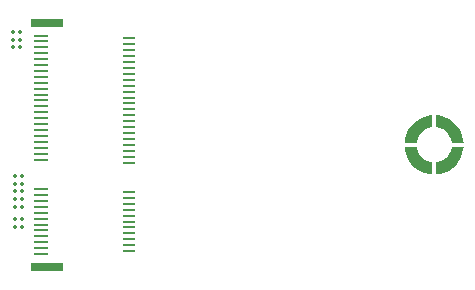
<source format=gtp>
G04*
G04 #@! TF.GenerationSoftware,Altium Limited,Altium Designer,20.1.12 (249)*
G04*
G04 Layer_Color=8421504*
%FSLAX44Y44*%
%MOMM*%
G71*
G04*
G04 #@! TF.SameCoordinates,D2571EE1-FD4D-4DC4-B5C4-F58D1C69BCFF*
G04*
G04*
G04 #@! TF.FilePolarity,Positive*
G04*
G01*
G75*
G04:AMPARAMS|DCode=10|XSize=0.3mm|YSize=0.3mm|CornerRadius=0.0625mm|HoleSize=0mm|Usage=FLASHONLY|Rotation=0.000|XOffset=0mm|YOffset=0mm|HoleType=Round|Shape=RoundedRectangle|*
%AMROUNDEDRECTD10*
21,1,0.3000,0.1750,0,0,0.0*
21,1,0.1750,0.3000,0,0,0.0*
1,1,0.1250,0.0875,-0.0875*
1,1,0.1250,-0.0875,-0.0875*
1,1,0.1250,-0.0875,0.0875*
1,1,0.1250,0.0875,0.0875*
%
%ADD10ROUNDEDRECTD10*%
G04:AMPARAMS|DCode=11|XSize=0.75mm|YSize=2.65mm|CornerRadius=0.075mm|HoleSize=0mm|Usage=FLASHONLY|Rotation=90.000|XOffset=0mm|YOffset=0mm|HoleType=Round|Shape=RoundedRectangle|*
%AMROUNDEDRECTD11*
21,1,0.7500,2.5000,0,0,90.0*
21,1,0.6000,2.6500,0,0,90.0*
1,1,0.1500,1.2500,0.3000*
1,1,0.1500,1.2500,-0.3000*
1,1,0.1500,-1.2500,-0.3000*
1,1,0.1500,-1.2500,0.3000*
%
%ADD11ROUNDEDRECTD11*%
G04:AMPARAMS|DCode=12|XSize=0.25mm|YSize=1.2mm|CornerRadius=0.05mm|HoleSize=0mm|Usage=FLASHONLY|Rotation=90.000|XOffset=0mm|YOffset=0mm|HoleType=Round|Shape=RoundedRectangle|*
%AMROUNDEDRECTD12*
21,1,0.2500,1.1000,0,0,90.0*
21,1,0.1500,1.2000,0,0,90.0*
1,1,0.1000,0.5500,0.0750*
1,1,0.1000,0.5500,-0.0750*
1,1,0.1000,-0.5500,-0.0750*
1,1,0.1000,-0.5500,0.0750*
%
%ADD12ROUNDEDRECTD12*%
G04:AMPARAMS|DCode=13|XSize=0.25mm|YSize=0.95mm|CornerRadius=0.05mm|HoleSize=0mm|Usage=FLASHONLY|Rotation=90.000|XOffset=0mm|YOffset=0mm|HoleType=Round|Shape=RoundedRectangle|*
%AMROUNDEDRECTD13*
21,1,0.2500,0.8500,0,0,90.0*
21,1,0.1500,0.9500,0,0,90.0*
1,1,0.1000,0.4250,0.0750*
1,1,0.1000,0.4250,-0.0750*
1,1,0.1000,-0.4250,-0.0750*
1,1,0.1000,-0.4250,0.0750*
%
%ADD13ROUNDEDRECTD13*%
G36*
X418500Y85045D02*
X418500Y95075D01*
X417229Y95258D01*
X414756Y95946D01*
X412437Y97046D01*
X410340Y98525D01*
X408525Y100340D01*
X407046Y102437D01*
X405947Y104756D01*
X405258Y107229D01*
X405075Y108500D01*
X405075D01*
X395045Y108500D01*
X395182Y106231D01*
X396268Y101817D01*
X398133Y97671D01*
X400715Y93930D01*
X403930Y90715D01*
X407671Y88133D01*
X411817Y86268D01*
X416231Y85182D01*
X418500Y85045D01*
X418500D01*
D02*
G37*
G36*
X395045Y111500D02*
X405075Y111500D01*
X405258Y112771D01*
X405946Y115244D01*
X407046Y117563D01*
X408525Y119660D01*
X410340Y121475D01*
X412437Y122954D01*
X414756Y124053D01*
X417229Y124742D01*
X418500Y124925D01*
Y124925D01*
X418500Y134955D01*
X416231Y134818D01*
X411817Y133732D01*
X407671Y131867D01*
X403930Y129285D01*
X400715Y126070D01*
X398133Y122329D01*
X396268Y118183D01*
X395182Y113769D01*
X395045Y111500D01*
D01*
D02*
G37*
G36*
X444955Y108500D02*
X434925Y108500D01*
X434742Y107229D01*
X434053Y104756D01*
X432954Y102437D01*
X431475Y100340D01*
X429660Y98525D01*
X427563Y97046D01*
X425244Y95947D01*
X422771Y95258D01*
X421500Y95075D01*
X421500Y95075D01*
Y85045D01*
X423769Y85182D01*
X428183Y86268D01*
X432329Y88133D01*
X436070Y90715D01*
X439285Y93930D01*
X441867Y97671D01*
X443732Y101817D01*
X444818Y106231D01*
X444955Y108500D01*
X444955Y108500D01*
D02*
G37*
G36*
X421500Y134955D02*
X421500Y124925D01*
X422771Y124742D01*
X425244Y124053D01*
X427563Y122954D01*
X429660Y121475D01*
X431475Y119660D01*
X432954Y117563D01*
X434053Y115244D01*
X434742Y112771D01*
X434925Y111500D01*
X434925Y111500D01*
X444955D01*
X444818Y113769D01*
X443732Y118183D01*
X441867Y122329D01*
X439285Y126070D01*
X436070Y129285D01*
X432329Y131867D01*
X428183Y133732D01*
X423769Y134818D01*
X421500Y134955D01*
X421500Y134955D01*
D02*
G37*
D10*
X69250Y205500D02*
D03*
X63750D02*
D03*
X69250Y199000D02*
D03*
X63750D02*
D03*
X70750Y83500D02*
D03*
X65250D02*
D03*
X70750Y77000D02*
D03*
X65250D02*
D03*
X70750Y70500D02*
D03*
X65250D02*
D03*
X70750Y64000D02*
D03*
X65250D02*
D03*
X70750Y47500D02*
D03*
X65250D02*
D03*
X70750Y40500D02*
D03*
X65250D02*
D03*
X69250Y192500D02*
D03*
X63750D02*
D03*
X65250Y57500D02*
D03*
X70750D02*
D03*
D11*
X92500Y213500D02*
D03*
Y6500D02*
D03*
D12*
X86750Y197500D02*
D03*
Y187500D02*
D03*
Y182500D02*
D03*
Y192500D02*
D03*
Y202500D02*
D03*
Y72500D02*
D03*
Y102500D02*
D03*
Y67500D02*
D03*
Y97500D02*
D03*
Y62500D02*
D03*
Y57500D02*
D03*
Y52500D02*
D03*
Y157500D02*
D03*
Y152500D02*
D03*
Y147500D02*
D03*
Y137500D02*
D03*
Y142500D02*
D03*
Y132500D02*
D03*
Y107500D02*
D03*
Y127500D02*
D03*
Y112500D02*
D03*
Y122500D02*
D03*
Y117500D02*
D03*
Y17500D02*
D03*
Y22500D02*
D03*
Y27500D02*
D03*
Y32500D02*
D03*
Y37500D02*
D03*
Y47500D02*
D03*
Y42500D02*
D03*
Y167500D02*
D03*
Y162500D02*
D03*
Y172500D02*
D03*
Y177500D02*
D03*
D13*
X162000Y100000D02*
D03*
Y105000D02*
D03*
Y180000D02*
D03*
Y95000D02*
D03*
Y110000D02*
D03*
Y120000D02*
D03*
Y140000D02*
D03*
Y115000D02*
D03*
Y125000D02*
D03*
Y130000D02*
D03*
Y135000D02*
D03*
Y145000D02*
D03*
Y195000D02*
D03*
Y190000D02*
D03*
Y155000D02*
D03*
Y200000D02*
D03*
Y185000D02*
D03*
Y150000D02*
D03*
Y160000D02*
D03*
Y20000D02*
D03*
Y40000D02*
D03*
Y170000D02*
D03*
Y55000D02*
D03*
Y35000D02*
D03*
Y25000D02*
D03*
Y30000D02*
D03*
Y45000D02*
D03*
Y50000D02*
D03*
Y70000D02*
D03*
Y60000D02*
D03*
Y65000D02*
D03*
Y175000D02*
D03*
Y165000D02*
D03*
M02*

</source>
